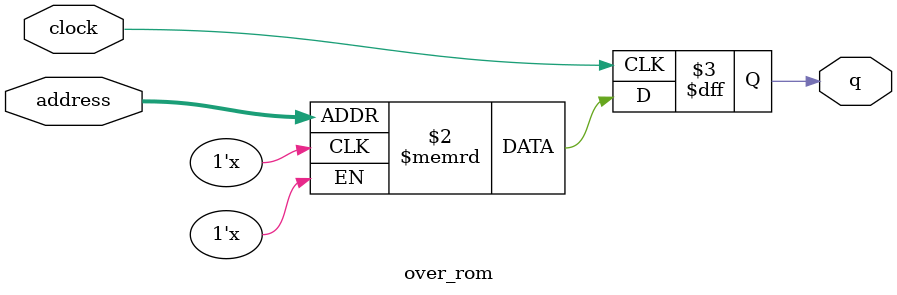
<source format=sv>
module over_rom (
	input logic clock,
	input logic [16:0] address,
	output logic [0:0] q
);

logic [0:0] memory [0:83199] /* synthesis ram_init_file = "./over/over.COE" */;

always_ff @ (posedge clock) begin
	q <= memory[address];
end

endmodule

</source>
